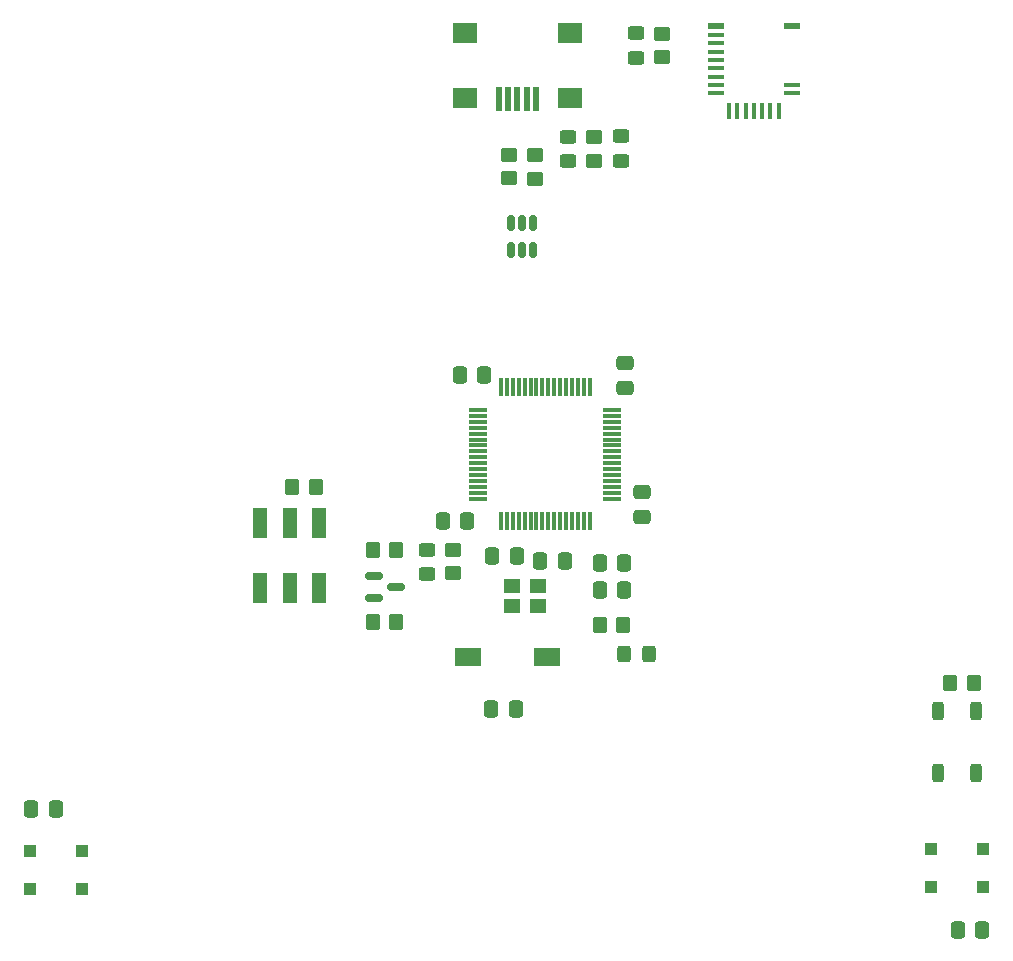
<source format=gbr>
%TF.GenerationSoftware,KiCad,Pcbnew,9.0.1*%
%TF.CreationDate,2025-05-06T17:46:24-06:00*%
%TF.ProjectId,2025_04_STM32F103_RobotBrain,32303235-5f30-4345-9f53-544d33324631,rev?*%
%TF.SameCoordinates,Original*%
%TF.FileFunction,Paste,Top*%
%TF.FilePolarity,Positive*%
%FSLAX46Y46*%
G04 Gerber Fmt 4.6, Leading zero omitted, Abs format (unit mm)*
G04 Created by KiCad (PCBNEW 9.0.1) date 2025-05-06 17:46:24*
%MOMM*%
%LPD*%
G01*
G04 APERTURE LIST*
G04 Aperture macros list*
%AMRoundRect*
0 Rectangle with rounded corners*
0 $1 Rounding radius*
0 $2 $3 $4 $5 $6 $7 $8 $9 X,Y pos of 4 corners*
0 Add a 4 corners polygon primitive as box body*
4,1,4,$2,$3,$4,$5,$6,$7,$8,$9,$2,$3,0*
0 Add four circle primitives for the rounded corners*
1,1,$1+$1,$2,$3*
1,1,$1+$1,$4,$5*
1,1,$1+$1,$6,$7*
1,1,$1+$1,$8,$9*
0 Add four rect primitives between the rounded corners*
20,1,$1+$1,$2,$3,$4,$5,0*
20,1,$1+$1,$4,$5,$6,$7,0*
20,1,$1+$1,$6,$7,$8,$9,0*
20,1,$1+$1,$8,$9,$2,$3,0*%
G04 Aperture macros list end*
%ADD10R,1.400000X0.600000*%
%ADD11R,1.400000X0.400000*%
%ADD12R,0.400000X1.400000*%
%ADD13RoundRect,0.250000X-0.450000X0.350000X-0.450000X-0.350000X0.450000X-0.350000X0.450000X0.350000X0*%
%ADD14RoundRect,0.075000X0.075000X-0.700000X0.075000X0.700000X-0.075000X0.700000X-0.075000X-0.700000X0*%
%ADD15RoundRect,0.075000X0.700000X-0.075000X0.700000X0.075000X-0.700000X0.075000X-0.700000X-0.075000X0*%
%ADD16RoundRect,0.250000X0.350000X0.450000X-0.350000X0.450000X-0.350000X-0.450000X0.350000X-0.450000X0*%
%ADD17RoundRect,0.250000X0.450000X-0.350000X0.450000X0.350000X-0.450000X0.350000X-0.450000X-0.350000X0*%
%ADD18RoundRect,0.250000X-0.337500X-0.475000X0.337500X-0.475000X0.337500X0.475000X-0.337500X0.475000X0*%
%ADD19RoundRect,0.250000X0.450000X-0.325000X0.450000X0.325000X-0.450000X0.325000X-0.450000X-0.325000X0*%
%ADD20RoundRect,0.150000X-0.587500X-0.150000X0.587500X-0.150000X0.587500X0.150000X-0.587500X0.150000X0*%
%ADD21RoundRect,0.250000X-0.450000X0.325000X-0.450000X-0.325000X0.450000X-0.325000X0.450000X0.325000X0*%
%ADD22RoundRect,0.250000X-0.350000X-0.450000X0.350000X-0.450000X0.350000X0.450000X-0.350000X0.450000X0*%
%ADD23R,1.000000X1.000000*%
%ADD24RoundRect,0.250000X0.337500X0.475000X-0.337500X0.475000X-0.337500X-0.475000X0.337500X-0.475000X0*%
%ADD25RoundRect,0.250000X-0.475000X0.337500X-0.475000X-0.337500X0.475000X-0.337500X0.475000X0.337500X0*%
%ADD26RoundRect,0.150000X-0.150000X0.512500X-0.150000X-0.512500X0.150000X-0.512500X0.150000X0.512500X0*%
%ADD27R,1.400000X1.200000*%
%ADD28R,2.300000X1.500000*%
%ADD29RoundRect,0.250000X0.325000X0.450000X-0.325000X0.450000X-0.325000X-0.450000X0.325000X-0.450000X0*%
%ADD30RoundRect,0.250000X0.475000X-0.337500X0.475000X0.337500X-0.475000X0.337500X-0.475000X-0.337500X0*%
%ADD31RoundRect,0.250000X-0.250000X0.525000X-0.250000X-0.525000X0.250000X-0.525000X0.250000X0.525000X0*%
%ADD32R,1.200000X2.500000*%
%ADD33R,0.500000X2.000000*%
%ADD34R,2.000000X1.700000*%
G04 APERTURE END LIST*
D10*
%TO.C,MDBT42T-AT1*%
X161600000Y-30800000D03*
D11*
X161600000Y-35800000D03*
X161600000Y-36500000D03*
D12*
X160500000Y-38000000D03*
X159800000Y-38000000D03*
X159100000Y-38000000D03*
X158400000Y-38000000D03*
X157700000Y-38000000D03*
X157000000Y-38000000D03*
X156300000Y-38000000D03*
D11*
X155200000Y-36500000D03*
X155200000Y-35800000D03*
X155200000Y-35100000D03*
X155200000Y-34400000D03*
X155200000Y-33700000D03*
X155200000Y-33000000D03*
X155200000Y-32300000D03*
X155200000Y-31600000D03*
D10*
X155200000Y-30800000D03*
%TD*%
D13*
%TO.C,R2*%
X137680000Y-41715000D03*
X137680000Y-43715000D03*
%TD*%
D14*
%TO.C,U1*%
X136990000Y-72760000D03*
X137490000Y-72760000D03*
X137990000Y-72760000D03*
X138490000Y-72760000D03*
X138990000Y-72760000D03*
X139490000Y-72760000D03*
X139990000Y-72760000D03*
X140490000Y-72760000D03*
X140990000Y-72760000D03*
X141490000Y-72760000D03*
X141990000Y-72760000D03*
X142490000Y-72760000D03*
X142990000Y-72760000D03*
X143490000Y-72760000D03*
X143990000Y-72760000D03*
X144490000Y-72760000D03*
D15*
X146415000Y-70835000D03*
X146415000Y-70335000D03*
X146415000Y-69835000D03*
X146415000Y-69335000D03*
X146415000Y-68835000D03*
X146415000Y-68335000D03*
X146415000Y-67835000D03*
X146415000Y-67335000D03*
X146415000Y-66835000D03*
X146415000Y-66335000D03*
X146415000Y-65835000D03*
X146415000Y-65335000D03*
X146415000Y-64835000D03*
X146415000Y-64335000D03*
X146415000Y-63835000D03*
X146415000Y-63335000D03*
D14*
X144490000Y-61410000D03*
X143990000Y-61410000D03*
X143490000Y-61410000D03*
X142990000Y-61410000D03*
X142490000Y-61410000D03*
X141990000Y-61410000D03*
X141490000Y-61410000D03*
X140990000Y-61410000D03*
X140490000Y-61410000D03*
X139990000Y-61410000D03*
X139490000Y-61410000D03*
X138990000Y-61410000D03*
X138490000Y-61410000D03*
X137990000Y-61410000D03*
X137490000Y-61410000D03*
X136990000Y-61410000D03*
D15*
X135065000Y-63335000D03*
X135065000Y-63835000D03*
X135065000Y-64335000D03*
X135065000Y-64835000D03*
X135065000Y-65335000D03*
X135065000Y-65835000D03*
X135065000Y-66335000D03*
X135065000Y-66835000D03*
X135065000Y-67335000D03*
X135065000Y-67835000D03*
X135065000Y-68335000D03*
X135065000Y-68835000D03*
X135065000Y-69335000D03*
X135065000Y-69835000D03*
X135065000Y-70335000D03*
X135065000Y-70835000D03*
%TD*%
D16*
%TO.C,R9*%
X128117500Y-81300000D03*
X126117500Y-81300000D03*
%TD*%
D17*
%TO.C,R3*%
X139860000Y-43735000D03*
X139860000Y-41735000D03*
%TD*%
D18*
%TO.C,C12*%
X97200000Y-97150000D03*
X99275000Y-97150000D03*
%TD*%
D19*
%TO.C,D4*%
X148410000Y-33500000D03*
X148410000Y-31450000D03*
%TD*%
D20*
%TO.C,Q1*%
X126210000Y-77360000D03*
X126210000Y-79260000D03*
X128085000Y-78310000D03*
%TD*%
D21*
%TO.C,D3*%
X130690000Y-75155000D03*
X130690000Y-77205000D03*
%TD*%
D22*
%TO.C,R5*%
X145347500Y-81570000D03*
X147347500Y-81570000D03*
%TD*%
D23*
%TO.C,LED1*%
X97150000Y-100700000D03*
X97150000Y-103900000D03*
X101550000Y-103900000D03*
X101550000Y-100700000D03*
%TD*%
D21*
%TO.C,F1*%
X142670000Y-40210000D03*
X142670000Y-42260000D03*
%TD*%
D24*
%TO.C,C9*%
X138337500Y-75730000D03*
X136262500Y-75730000D03*
%TD*%
D16*
%TO.C,R10*%
X128117500Y-75210000D03*
X126117500Y-75210000D03*
%TD*%
D22*
%TO.C,R8*%
X175000000Y-86410000D03*
X177000000Y-86410000D03*
%TD*%
D24*
%TO.C,C2*%
X135577500Y-60340000D03*
X133502500Y-60340000D03*
%TD*%
D13*
%TO.C,R6*%
X132960000Y-75150000D03*
X132960000Y-77150000D03*
%TD*%
D17*
%TO.C,R7*%
X150640000Y-33475000D03*
X150640000Y-31475000D03*
%TD*%
D25*
%TO.C,C4*%
X148960000Y-70302500D03*
X148960000Y-72377500D03*
%TD*%
D26*
%TO.C,U2*%
X139730000Y-47510000D03*
X138780000Y-47510000D03*
X137830000Y-47510000D03*
X137830000Y-49785000D03*
X138780000Y-49785000D03*
X139730000Y-49785000D03*
%TD*%
D18*
%TO.C,C5*%
X145352500Y-76290000D03*
X147427500Y-76290000D03*
%TD*%
D27*
%TO.C,Y2*%
X137952500Y-79920000D03*
X140152500Y-79920000D03*
X140152500Y-78220000D03*
X137952500Y-78220000D03*
%TD*%
D28*
%TO.C,SW1*%
X134220000Y-84280000D03*
X140920000Y-84280000D03*
%TD*%
D18*
%TO.C,C6*%
X145352500Y-78580000D03*
X147427500Y-78580000D03*
%TD*%
D29*
%TO.C,D2*%
X149492500Y-83950000D03*
X147442500Y-83950000D03*
%TD*%
D24*
%TO.C,C1*%
X134137500Y-72690000D03*
X132062500Y-72690000D03*
%TD*%
D23*
%TO.C,LED2*%
X177760000Y-103740000D03*
X177760000Y-100540000D03*
X173360000Y-100540000D03*
X173360000Y-103740000D03*
%TD*%
D18*
%TO.C,C8*%
X140312500Y-76140000D03*
X142387500Y-76140000D03*
%TD*%
D16*
%TO.C,R1*%
X121300000Y-69810000D03*
X119300000Y-69810000D03*
%TD*%
D30*
%TO.C,C3*%
X147470000Y-61457500D03*
X147470000Y-59382500D03*
%TD*%
D31*
%TO.C,SW2*%
X177200000Y-88835000D03*
X177200000Y-94085000D03*
X174000000Y-88835000D03*
X174000000Y-94085000D03*
%TD*%
D19*
%TO.C,D1*%
X147160000Y-42210000D03*
X147160000Y-40160000D03*
%TD*%
D32*
%TO.C,S1*%
X121610000Y-72880000D03*
X119110000Y-72880000D03*
X116610000Y-72880000D03*
X121610000Y-78380000D03*
X119110000Y-78380000D03*
X116610000Y-78380000D03*
%TD*%
D24*
%TO.C,C11*%
X177747500Y-107320000D03*
X175672500Y-107320000D03*
%TD*%
D33*
%TO.C,J1*%
X139980000Y-37000000D03*
X139180000Y-37000000D03*
X138380000Y-37000000D03*
X137580000Y-37000000D03*
X136780000Y-37000000D03*
D34*
X142830000Y-36900000D03*
X142830000Y-31450000D03*
X133930000Y-36900000D03*
X133930000Y-31450000D03*
%TD*%
D24*
%TO.C,C7*%
X138247500Y-88630000D03*
X136172500Y-88630000D03*
%TD*%
D17*
%TO.C,R4*%
X144880000Y-42215000D03*
X144880000Y-40215000D03*
%TD*%
M02*

</source>
